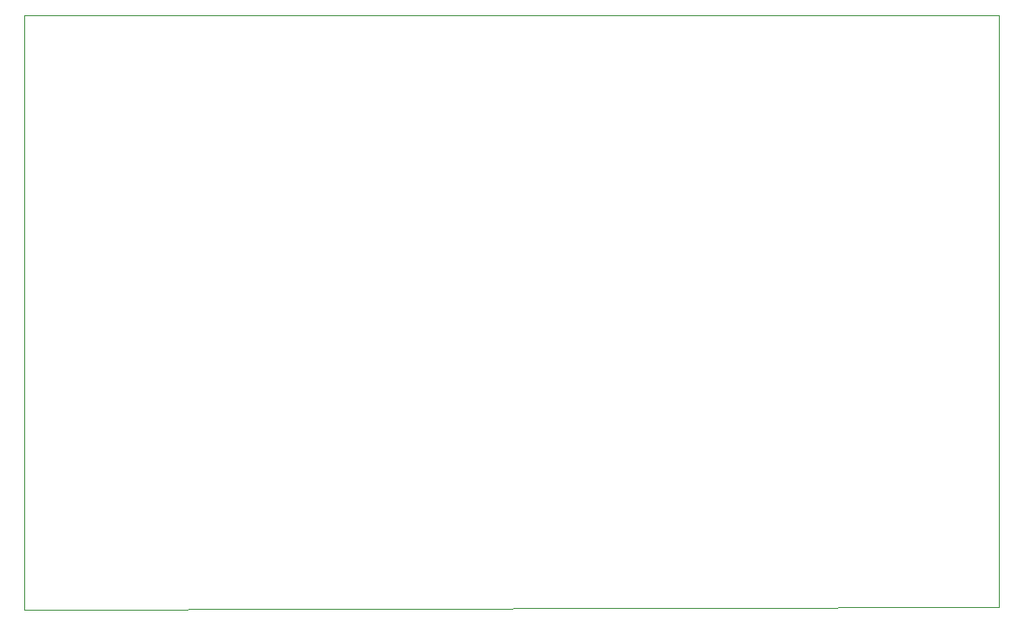
<source format=gbr>
G04 #@! TF.GenerationSoftware,KiCad,Pcbnew,5.1.5+dfsg1-2build2*
G04 #@! TF.CreationDate,2022-03-18T16:26:14+00:00*
G04 #@! TF.ProjectId,pico41,7069636f-3431-42e6-9b69-6361645f7063,rev?*
G04 #@! TF.SameCoordinates,Original*
G04 #@! TF.FileFunction,Profile,NP*
%FSLAX46Y46*%
G04 Gerber Fmt 4.6, Leading zero omitted, Abs format (unit mm)*
G04 Created by KiCad (PCBNEW 5.1.5+dfsg1-2build2) date 2022-03-18 16:26:14*
%MOMM*%
%LPD*%
G04 APERTURE LIST*
%ADD10C,0.050000*%
G04 APERTURE END LIST*
D10*
X-2286000Y-35814000D02*
X-2286000Y20320000D01*
X89662000Y-35560000D02*
X-2286000Y-35814000D01*
X89662000Y20320000D02*
X89662000Y-35560000D01*
X-2286000Y20320000D02*
X89662000Y20320000D01*
M02*

</source>
